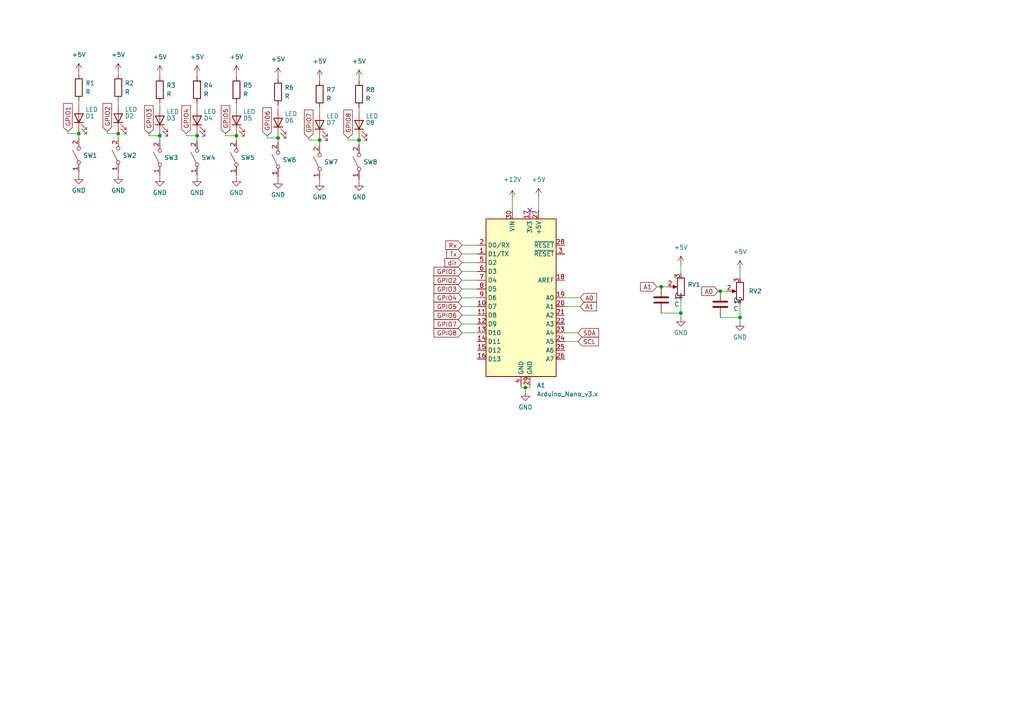
<source format=kicad_sch>
(kicad_sch (version 20211123) (generator eeschema)
  (paper "A4")
  (lib_symbols
    (symbol "Device:C" (pin_numbers hide) (pin_names (offset 0.254))
      (property "Reference" "C" (at 0.635 2.54 0))
      (property "Value" "C" (at 0.635 -2.54 0))
      (symbol "C_0_1"
        (polyline (pts (xy -2.032 -0.762) (xy 2.032 -0.762)) (stroke (width 0.508)))
        (polyline (pts (xy -2.032 0.762) (xy 2.032 0.762)) (stroke (width 0.508)))
      )
      (symbol "C_1_1"
        (pin passive line (at 0 3.81 270) (length 2.794) (name "~") (number "1"))
        (pin passive line (at 0 -3.81 90) (length 2.794) (name "~") (number "2"))
      )
    )
    (symbol "Device:LED" (pin_numbers hide) (pin_names (offset 1.016) hide)
      (property "Reference" "D" (at 0 2.54 0))
      (property "Value" "LED" (at 0 -2.54 0))
      (symbol "LED_0_1"
        (polyline (pts (xy -1.27 -1.27) (xy -1.27 1.27)) (stroke (width 0.254)))
        (polyline (pts (xy -1.27 0) (xy 1.27 0)))
        (polyline (pts (xy 1.27 -1.27) (xy 1.27 1.27) (xy -1.27 0) (xy 1.27 -1.27)) (stroke (width 0.254)))
        (polyline (pts (xy -3.048 -0.762) (xy -4.572 -2.286) (xy -3.81 -2.286) (xy -4.572 -2.286) (xy -4.572 -1.524)))
        (polyline (pts (xy -1.778 -0.762) (xy -3.302 -2.286) (xy -2.54 -2.286) (xy -3.302 -2.286) (xy -3.302 -1.524)))
      )
      (symbol "LED_1_1"
        (pin passive line (at -3.81 0 0) (length 2.54) (name "K") (number "1"))
        (pin passive line (at 3.81 0 180) (length 2.54) (name "A") (number "2"))
      )
    )
    (symbol "Device:R" (pin_numbers hide) (pin_names (offset 0))
      (property "Reference" "R" (at 2.032 0 90))
      (property "Value" "R" (at 0 0 90))
      (symbol "R_0_1"
        (rectangle (start -1.016 -2.54) (end 1.016 2.54) (stroke (width 0.254)))
      )
      (symbol "R_1_1"
        (pin passive line (at 0 3.81 270) (length 1.27) (name "~") (number "1"))
        (pin passive line (at 0 -3.81 90) (length 1.27) (name "~") (number "2"))
      )
    )
    (symbol "Device:R_Potentiometer" (pin_names (offset 1.016) hide)
      (property "Reference" "RV" (at -4.445 0 90))
      (property "Value" "R_Potentiometer" (at -2.54 0 90))
      (symbol "R_Potentiometer_0_1"
        (polyline (pts (xy 2.54 0) (xy 1.524 0)))
        (polyline (pts (xy 1.143 0) (xy 2.286 0.508) (xy 2.286 -0.508) (xy 1.143 0)) (fill (type outline)))
        (rectangle (start 1.016 2.54) (end -1.016 -2.54) (stroke (width 0.254)))
      )
      (symbol "R_Potentiometer_1_1"
        (pin passive line (at 0 3.81 270) (length 1.27) (name "1") (number "1"))
        (pin passive line (at 3.81 0 180) (length 1.27) (name "2") (number "2"))
        (pin passive line (at 0 -3.81 90) (length 1.27) (name "3") (number "3"))
      )
    )
    (symbol "MCU_Module:Arduino_Nano_v3.x"
      (property "Reference" "A" (at -10.16 23.495 0))
      (property "Value" "Arduino_Nano_v3.x" (at 5.08 -24.13 0))
      (symbol "Arduino_Nano_v3.x_0_1"
        (rectangle (start -10.16 22.86) (end 10.16 -22.86) (stroke (width 0.254)) (fill (type background)))
      )
      (symbol "Arduino_Nano_v3.x_1_1"
        (pin bidirectional line (at -12.7 12.7 0) (length 2.54) (name "D1/TX") (number "1"))
        (pin bidirectional line (at -12.7 -2.54 0) (length 2.54) (name "D7") (number "10"))
        (pin bidirectional line (at -12.7 -5.08 0) (length 2.54) (name "D8") (number "11"))
        (pin bidirectional line (at -12.7 -7.62 0) (length 2.54) (name "D9") (number "12"))
        (pin bidirectional line (at -12.7 -10.16 0) (length 2.54) (name "D10") (number "13"))
        (pin bidirectional line (at -12.7 -12.7 0) (length 2.54) (name "D11") (number "14"))
        (pin bidirectional line (at -12.7 -15.24 0) (length 2.54) (name "D12") (number "15"))
        (pin bidirectional line (at -12.7 -17.78 0) (length 2.54) (name "D13") (number "16"))
        (pin power_out line (at 2.54 25.4 270) (length 2.54) (name "3V3") (number "17"))
        (pin input line (at 12.7 5.08 180) (length 2.54) (name "AREF") (number "18"))
        (pin bidirectional line (at 12.7 0 180) (length 2.54) (name "A0") (number "19"))
        (pin bidirectional line (at -12.7 15.24 0) (length 2.54) (name "D0/RX") (number "2"))
        (pin bidirectional line (at 12.7 -2.54 180) (length 2.54) (name "A1") (number "20"))
        (pin bidirectional line (at 12.7 -5.08 180) (length 2.54) (name "A2") (number "21"))
        (pin bidirectional line (at 12.7 -7.62 180) (length 2.54) (name "A3") (number "22"))
        (pin bidirectional line (at 12.7 -10.16 180) (length 2.54) (name "A4") (number "23"))
        (pin bidirectional line (at 12.7 -12.7 180) (length 2.54) (name "A5") (number "24"))
        (pin bidirectional line (at 12.7 -15.24 180) (length 2.54) (name "A6") (number "25"))
        (pin bidirectional line (at 12.7 -17.78 180) (length 2.54) (name "A7") (number "26"))
        (pin power_out line (at 5.08 25.4 270) (length 2.54) (name "+5V") (number "27"))
        (pin input line (at 12.7 15.24 180) (length 2.54) (name "~{RESET}") (number "28"))
        (pin power_in line (at 2.54 -25.4 90) (length 2.54) (name "GND") (number "29"))
        (pin input line (at 12.7 12.7 180) (length 2.54) (name "~{RESET}") (number "3"))
        (pin power_in line (at -2.54 25.4 270) (length 2.54) (name "VIN") (number "30"))
        (pin power_in line (at 0 -25.4 90) (length 2.54) (name "GND") (number "4"))
        (pin bidirectional line (at -12.7 10.16 0) (length 2.54) (name "D2") (number "5"))
        (pin bidirectional line (at -12.7 7.62 0) (length 2.54) (name "D3") (number "6"))
        (pin bidirectional line (at -12.7 5.08 0) (length 2.54) (name "D4") (number "7"))
        (pin bidirectional line (at -12.7 2.54 0) (length 2.54) (name "D5") (number "8"))
        (pin bidirectional line (at -12.7 0 0) (length 2.54) (name "D6") (number "9"))
      )
    )
    (symbol "Switch:SW_SPST" (pin_names (offset 0) hide)
      (property "Reference" "SW" (at 0 3.175 0))
      (property "Value" "SW_SPST" (at 0 -2.54 0))
      (symbol "SW_SPST_0_0"
        (circle (center -2.032 0) (radius 0.508))
        (polyline (pts (xy -1.524 0.254) (xy 1.524 1.778)))
        (circle (center 2.032 0) (radius 0.508))
      )
      (symbol "SW_SPST_1_1"
        (pin passive line (at -5.08 0 0) (length 2.54) (name "A") (number "1"))
        (pin passive line (at 5.08 0 180) (length 2.54) (name "B") (number "2"))
      )
    )
    (symbol "power:+12V" (power) (pin_names (offset 0))
      (property "Value" "+12V" (at 0 3.556 0))
      (symbol "+12V_0_1"
        (polyline (pts (xy -0.762 1.27) (xy 0 2.54)))
        (polyline (pts (xy 0 0) (xy 0 2.54)))
        (polyline (pts (xy 0 2.54) (xy 0.762 1.27)))
      )
      (symbol "+12V_1_1"
        (pin power_in line (at 0 0 90) (length 0) hide (name "+12V") (number "1"))
      )
    )
    (symbol "power:+5V" (power) (pin_names (offset 0))
      (property "Value" "+5V" (at 0 3.556 0))
      (symbol "+5V_0_1"
        (polyline (pts (xy -0.762 1.27) (xy 0 2.54)))
        (polyline (pts (xy 0 0) (xy 0 2.54)))
        (polyline (pts (xy 0 2.54) (xy 0.762 1.27)))
      )
      (symbol "+5V_1_1"
        (pin power_in line (at 0 0 90) (length 0) hide (name "+5V") (number "1"))
      )
    )
    (symbol "power:GND" (power) (pin_names (offset 0))
      (property "Value" "GND" (at 0 -3.81 0))
      (symbol "GND_0_1"
        (polyline (pts (xy 0 0) (xy 0 -1.27) (xy 1.27 -1.27) (xy 0 -2.54) (xy -1.27 -1.27) (xy 0 -1.27)))
      )
      (symbol "GND_1_1"
        (pin power_in line (at 0 0 270) (length 0) hide (name "GND") (number "1"))
      )
    )
  )
  (junction (at 34.29 38.735))
  (junction (at 92.71 40.64))
  (junction (at 68.58 39.37))
  (junction (at 57.15 39.37))
  (junction (at 197.485 90.805))
  (junction (at 152.4 112.395))
  (junction (at 80.645 40.005))
  (junction (at 46.355 39.37))
  (junction (at 104.14 40.64))
  (junction (at 214.63 92.075))
  (junction (at 22.86 38.735))
  (junction (at 191.77 83.185))
  (junction (at 208.915 84.455))
  (no_connect (at 153.67 60.96))
  (wire (pts (xy 80.645 22.225) (xy 80.645 22.86)))
  (wire (pts (xy 89.535 40.64) (xy 89.535 40.005)))
  (wire (pts (xy 22.86 38.735) (xy 22.86 40.005)))
  (wire (pts (xy 133.985 96.52) (xy 138.43 96.52)))
  (wire (pts (xy 22.86 38.1) (xy 22.86 38.735)))
  (wire (pts (xy 19.685 38.735) (xy 19.685 38.1)))
  (wire (pts (xy 214.63 78.105) (xy 214.63 80.645)))
  (wire (pts (xy 65.405 39.37) (xy 68.58 39.37)))
  (wire (pts (xy 167.64 96.52) (xy 163.83 96.52)))
  (wire (pts (xy 22.86 50.165) (xy 22.86 50.8)))
  (wire (pts (xy 133.985 88.9) (xy 138.43 88.9)))
  (wire (pts (xy 153.67 112.395) (xy 152.4 112.395)))
  (wire (pts (xy 92.71 22.86) (xy 92.71 23.495)))
  (wire (pts (xy 133.985 91.44) (xy 138.43 91.44)))
  (wire (pts (xy 46.355 21.59) (xy 46.355 22.225)))
  (wire (pts (xy 197.485 90.805) (xy 197.485 86.995)))
  (wire (pts (xy 104.14 40.64) (xy 104.14 41.91)))
  (wire (pts (xy 46.355 29.845) (xy 46.355 31.115)))
  (wire (pts (xy 89.535 40.64) (xy 92.71 40.64)))
  (wire (pts (xy 57.15 38.735) (xy 57.15 39.37)))
  (wire (pts (xy 53.975 39.37) (xy 57.15 39.37)))
  (wire (pts (xy 68.58 50.8) (xy 68.58 51.435)))
  (wire (pts (xy 191.77 90.805) (xy 197.485 90.805)))
  (wire (pts (xy 133.985 81.28) (xy 138.43 81.28)))
  (wire (pts (xy 80.645 40.005) (xy 80.645 41.275)))
  (wire (pts (xy 133.985 86.36) (xy 138.43 86.36)))
  (wire (pts (xy 34.29 29.21) (xy 34.29 30.48)))
  (wire (pts (xy 77.47 40.005) (xy 77.47 39.37)))
  (wire (pts (xy 57.15 39.37) (xy 57.15 40.64)))
  (wire (pts (xy 133.985 83.82) (xy 138.43 83.82)))
  (wire (pts (xy 31.115 38.735) (xy 34.29 38.735)))
  (wire (pts (xy 190.5 83.185) (xy 191.77 83.185)))
  (wire (pts (xy 197.485 92.075) (xy 197.485 90.805)))
  (wire (pts (xy 22.86 29.21) (xy 22.86 30.48)))
  (wire (pts (xy 92.71 52.07) (xy 92.71 52.705)))
  (wire (pts (xy 80.645 51.435) (xy 80.645 52.07)))
  (wire (pts (xy 92.71 40.005) (xy 92.71 40.64)))
  (wire (pts (xy 57.15 29.845) (xy 57.15 31.115)))
  (wire (pts (xy 92.71 40.64) (xy 92.71 41.91)))
  (wire (pts (xy 168.275 88.9) (xy 163.83 88.9)))
  (wire (pts (xy 46.355 50.8) (xy 46.355 51.435)))
  (wire (pts (xy 104.14 22.86) (xy 104.14 23.495)))
  (wire (pts (xy 80.645 39.37) (xy 80.645 40.005)))
  (wire (pts (xy 68.58 29.845) (xy 68.58 31.115)))
  (wire (pts (xy 104.14 40.005) (xy 104.14 40.64)))
  (wire (pts (xy 68.58 39.37) (xy 68.58 40.64)))
  (wire (pts (xy 43.18 39.37) (xy 46.355 39.37)))
  (wire (pts (xy 34.29 38.1) (xy 34.29 38.735)))
  (wire (pts (xy 19.685 38.735) (xy 22.86 38.735)))
  (wire (pts (xy 80.645 30.48) (xy 80.645 31.75)))
  (wire (pts (xy 34.29 38.735) (xy 34.29 40.005)))
  (wire (pts (xy 46.355 39.37) (xy 46.355 40.64)))
  (wire (pts (xy 34.29 50.165) (xy 34.29 50.8)))
  (wire (pts (xy 152.4 112.395) (xy 151.13 112.395)))
  (wire (pts (xy 153.67 111.76) (xy 153.67 112.395)))
  (wire (pts (xy 152.4 113.665) (xy 152.4 112.395)))
  (wire (pts (xy 208.28 84.455) (xy 208.915 84.455)))
  (wire (pts (xy 133.985 78.74) (xy 138.43 78.74)))
  (wire (pts (xy 214.63 93.345) (xy 214.63 92.075)))
  (wire (pts (xy 156.21 57.15) (xy 156.21 60.96)))
  (wire (pts (xy 57.15 21.59) (xy 57.15 22.225)))
  (wire (pts (xy 92.71 31.115) (xy 92.71 32.385)))
  (wire (pts (xy 53.975 39.37) (xy 53.975 38.735)))
  (wire (pts (xy 167.64 99.06) (xy 163.83 99.06)))
  (wire (pts (xy 57.15 50.8) (xy 57.15 51.435)))
  (wire (pts (xy 46.355 38.735) (xy 46.355 39.37)))
  (wire (pts (xy 133.985 73.66) (xy 138.43 73.66)))
  (wire (pts (xy 31.115 38.735) (xy 31.115 38.1)))
  (wire (pts (xy 197.485 76.835) (xy 197.485 79.375)))
  (wire (pts (xy 133.985 76.2) (xy 138.43 76.2)))
  (wire (pts (xy 43.18 39.37) (xy 43.18 38.735)))
  (wire (pts (xy 148.59 57.785) (xy 148.59 60.96)))
  (wire (pts (xy 151.13 112.395) (xy 151.13 111.76)))
  (wire (pts (xy 208.915 84.455) (xy 210.82 84.455)))
  (wire (pts (xy 214.63 92.075) (xy 214.63 88.265)))
  (wire (pts (xy 65.405 39.37) (xy 65.405 38.735)))
  (wire (pts (xy 133.985 93.98) (xy 138.43 93.98)))
  (wire (pts (xy 68.58 38.735) (xy 68.58 39.37)))
  (wire (pts (xy 191.77 83.185) (xy 193.675 83.185)))
  (wire (pts (xy 104.14 31.115) (xy 104.14 32.385)))
  (wire (pts (xy 68.58 21.59) (xy 68.58 22.225)))
  (wire (pts (xy 104.14 52.07) (xy 104.14 52.705)))
  (wire (pts (xy 133.985 71.12) (xy 138.43 71.12)))
  (wire (pts (xy 77.47 40.005) (xy 80.645 40.005)))
  (wire (pts (xy 34.29 20.955) (xy 34.29 21.59)))
  (wire (pts (xy 208.915 92.075) (xy 214.63 92.075)))
  (wire (pts (xy 100.965 40.64) (xy 100.965 40.005)))
  (wire (pts (xy 168.275 86.36) (xy 163.83 86.36)))
  (wire (pts (xy 22.86 20.955) (xy 22.86 21.59)))
  (wire (pts (xy 100.965 40.64) (xy 104.14 40.64)))
  (global_label "A0" (shape input) (at 208.28 84.455 180) (property "Intersheet References" "${INTERSHEET_REFS}" (effects hide)))
  (global_label "GPIO3" (shape input) (at 133.985 83.82 180) (property "Intersheet References" "${INTERSHEET_REFS}" (effects hide)))
  (global_label "GPIO4" (shape input) (at 53.975 38.735 90) (property "Intersheet References" "${INTERSHEET_REFS}" (effects hide)))
  (global_label "A0" (shape input) (at 168.275 86.36 0) (property "Intersheet References" "${INTERSHEET_REFS}" (effects hide)))
  (global_label "SDA" (shape input) (at 167.64 96.52 0) (property "Intersheet References" "${INTERSHEET_REFS}" (effects hide)))
  (global_label "GPIO2" (shape input) (at 31.115 38.1 90) (property "Intersheet References" "${INTERSHEET_REFS}" (effects hide)))
  (global_label "GPIO7" (shape input) (at 89.535 40.005 90) (property "Intersheet References" "${INTERSHEET_REFS}" (effects hide)))
  (global_label "GPIO4" (shape input) (at 133.985 86.36 180) (property "Intersheet References" "${INTERSHEET_REFS}" (effects hide)))
  (global_label "GPIO6" (shape input) (at 133.985 91.44 180) (property "Intersheet References" "${INTERSHEET_REFS}" (effects hide)))
  (global_label "A1" (shape input) (at 190.5 83.185 180) (property "Intersheet References" "${INTERSHEET_REFS}" (effects hide)))
  (global_label "GPIO7" (shape input) (at 133.985 93.98 180) (property "Intersheet References" "${INTERSHEET_REFS}" (effects hide)))
  (global_label "GPIO8" (shape input) (at 133.985 96.52 180) (property "Intersheet References" "${INTERSHEET_REFS}" (effects hide)))
  (global_label "GPIO5" (shape input) (at 133.985 88.9 180) (property "Intersheet References" "${INTERSHEET_REFS}" (effects hide)))
  (global_label "GPIO5" (shape input) (at 65.405 38.735 90) (property "Intersheet References" "${INTERSHEET_REFS}" (effects hide)))
  (global_label "GPIO6" (shape input) (at 77.47 39.37 90) (property "Intersheet References" "${INTERSHEET_REFS}" (effects hide)))
  (global_label "SCL" (shape input) (at 167.64 99.06 0) (property "Intersheet References" "${INTERSHEET_REFS}" (effects hide)))
  (global_label "Tx" (shape input) (at 133.985 73.66 180) (property "Intersheet References" "${INTERSHEET_REFS}" (effects hide)))
  (global_label "GPIO1" (shape input) (at 133.985 78.74 180) (property "Intersheet References" "${INTERSHEET_REFS}" (effects hide)))
  (global_label "GPIO1" (shape input) (at 19.685 38.1 90) (property "Intersheet References" "${INTERSHEET_REFS}" (effects hide)))
  (global_label "A1" (shape input) (at 168.275 88.9 0) (property "Intersheet References" "${INTERSHEET_REFS}" (effects hide)))
  (global_label "Rx" (shape input) (at 133.985 71.12 180) (property "Intersheet References" "${INTERSHEET_REFS}" (effects hide)))
  (global_label "GPIO3" (shape input) (at 43.18 38.735 90) (property "Intersheet References" "${INTERSHEET_REFS}" (effects hide)))
  (global_label "dir" (shape input) (at 133.985 76.2 180) (property "Intersheet References" "${INTERSHEET_REFS}" (effects hide)))
  (global_label "GPIO2" (shape input) (at 133.985 81.28 180) (property "Intersheet References" "${INTERSHEET_REFS}" (effects hide)))
  (global_label "GPIO8" (shape input) (at 100.965 40.005 90) (property "Intersheet References" "${INTERSHEET_REFS}" (effects hide)))
  (symbol (lib_id "Device:LED") (at 104.14 36.195 90) (unit 1)
    (property "Reference" "D8" (at 106.045 35.56 90) (effects (justify right)))
    (property "Value" "LED" (at 106.045 33.655 90) (effects (justify right)))
    (property "Footprint" "LED_THT:LED_D3.0mm" (effects hide))
  )
  (symbol (lib_id "power:+5V") (at 104.14 22.86 0) (unit 1)
    (property "Reference" "#PWR08" (effects hide))
    (property "Value" "+5V" (at 104.14 17.78 0))
  )
  (symbol (lib_id "power:GND") (at 46.355 51.435 0) (unit 1)
    (property "Reference" "#PWR011" (effects hide))
    (property "Value" "GND" (at 46.355 55.88 0))
  )
  (symbol (lib_id "power:+5V") (at 197.485 76.835 0) (unit 1)
    (property "Reference" "#PWR019" (effects hide))
    (property "Value" "+5V" (at 197.485 71.755 0))
  )
  (symbol (lib_id "power:+5V") (at 92.71 22.86 0) (unit 1)
    (property "Reference" "#PWR07" (effects hide))
    (property "Value" "+5V" (at 92.71 17.78 0))
  )
  (symbol (lib_id "power:GND") (at 214.63 93.345 0) (unit 1)
    (property "Reference" "#PWR022" (effects hide))
    (property "Value" "GND" (at 214.63 97.79 0))
  )
  (symbol (lib_id "Device:R_Potentiometer") (at 214.63 84.455 180) (unit 1)
    (property "Reference" "RV2" (at 217.17 84.4549 0) (effects (justify right)))
    (property "Value" "R_Potentiometer" (effects hide))
    (property "Footprint" "Potentiometer_THT:Potentiometer_Piher_PT-10-V10_Vertical" (effects hide))
  )
  (symbol (lib_id "Device:R") (at 34.29 25.4 0) (unit 1)
    (property "Reference" "R2" (at 36.195 24.13 0) (effects (justify left)))
    (property "Value" "R" (at 36.195 26.67 0) (effects (justify left)))
    (property "Footprint" "Resistor_SMD:R_0805_2012Metric_Pad1.20x1.40mm_HandSolder" (effects hide))
  )
  (symbol (lib_id "Device:R") (at 68.58 26.035 0) (unit 1)
    (property "Reference" "R5" (at 70.485 24.765 0) (effects (justify left)))
    (property "Value" "R" (at 70.485 27.305 0) (effects (justify left)))
    (property "Footprint" "Resistor_SMD:R_0805_2012Metric_Pad1.20x1.40mm_HandSolder" (effects hide))
  )
  (symbol (lib_id "Device:C") (at 191.77 86.995 0) (unit 1)
    (property "Reference" "C1" (at 195.58 85.7249 0) (effects (justify left)))
    (property "Value" "C" (at 195.58 88.2649 0) (effects (justify left)))
    (property "Footprint" "Capacitor_SMD:C_0805_2012Metric_Pad1.18x1.45mm_HandSolder" (effects hide))
  )
  (symbol (lib_id "Device:LED") (at 80.645 35.56 90) (unit 1)
    (property "Reference" "D6" (at 82.55 34.925 90) (effects (justify right)))
    (property "Value" "LED" (at 82.55 33.02 90) (effects (justify right)))
    (property "Footprint" "LED_THT:LED_D3.0mm" (effects hide))
  )
  (symbol (lib_id "power:+5V") (at 156.21 57.15 0) (unit 1)
    (property "Reference" "#PWR017" (effects hide))
    (property "Value" "+5V" (at 156.21 52.07 0))
  )
  (symbol (lib_id "power:+5V") (at 22.86 20.955 0) (unit 1)
    (property "Reference" "#PWR01" (effects hide))
    (property "Value" "+5V" (at 22.86 15.875 0))
  )
  (symbol (lib_id "Device:R") (at 92.71 27.305 0) (unit 1)
    (property "Reference" "R7" (at 94.615 26.035 0) (effects (justify left)))
    (property "Value" "R" (at 94.615 28.575 0) (effects (justify left)))
    (property "Footprint" "Resistor_SMD:R_0805_2012Metric_Pad1.20x1.40mm_HandSolder" (effects hide))
  )
  (symbol (lib_id "MCU_Module:Arduino_Nano_v3.x") (at 151.13 86.36 0) (unit 1)
    (property "Reference" "A1" (at 155.6894 111.76 0) (effects (justify left)))
    (property "Value" "Arduino_Nano_v3.x" (at 155.6894 114.3 0) (effects (justify left)))
    (property "Footprint" "Module:Arduino_Nano" (effects hide))
    (property "Datasheet" "http://www.mouser.com/pdfdocs/Gravitech_Arduino_Nano3_0.pdf" (effects hide))
  )
  (symbol (lib_id "Switch:SW_SPST") (at 92.71 46.99 90) (unit 1)
    (property "Reference" "SW7" (at 93.98 46.9899 90) (effects (justify right)))
    (property "Value" "SW_SPST" (effects hide))
    (property "Footprint" "Button_Switch_THT:SW_PUSH_6mm_H4.3mm" (effects hide))
  )
  (symbol (lib_id "Device:LED") (at 46.355 34.925 90) (unit 1)
    (property "Reference" "D3" (at 48.26 34.29 90) (effects (justify right)))
    (property "Value" "LED" (at 48.26 32.385 90) (effects (justify right)))
    (property "Footprint" "LED_THT:LED_D3.0mm" (effects hide))
  )
  (symbol (lib_id "power:+5V") (at 34.29 20.955 0) (unit 1)
    (property "Reference" "#PWR02" (effects hide))
    (property "Value" "+5V" (at 34.29 15.875 0))
  )
  (symbol (lib_id "power:GND") (at 80.645 52.07 0) (unit 1)
    (property "Reference" "#PWR014" (effects hide))
    (property "Value" "GND" (at 80.645 56.515 0))
  )
  (symbol (lib_id "Device:R") (at 57.15 26.035 0) (unit 1)
    (property "Reference" "R4" (at 59.055 24.765 0) (effects (justify left)))
    (property "Value" "R" (at 59.055 27.305 0) (effects (justify left)))
    (property "Footprint" "Resistor_SMD:R_0805_2012Metric_Pad1.20x1.40mm_HandSolder" (effects hide))
  )
  (symbol (lib_id "Device:LED") (at 92.71 36.195 90) (unit 1)
    (property "Reference" "D7" (at 94.615 35.56 90) (effects (justify right)))
    (property "Value" "LED" (at 94.615 33.655 90) (effects (justify right)))
    (property "Footprint" "LED_THT:LED_D3.0mm" (effects hide))
  )
  (symbol (lib_id "power:GND") (at 22.86 50.8 0) (unit 1)
    (property "Reference" "#PWR09" (effects hide))
    (property "Value" "GND" (at 22.86 55.245 0))
  )
  (symbol (lib_id "power:GND") (at 92.71 52.705 0) (unit 1)
    (property "Reference" "#PWR015" (effects hide))
    (property "Value" "GND" (at 92.71 57.15 0))
  )
  (symbol (lib_id "Switch:SW_SPST") (at 57.15 45.72 90) (unit 1)
    (property "Reference" "SW4" (at 58.42 45.7199 90) (effects (justify right)))
    (property "Value" "SW_SPST" (effects hide))
    (property "Footprint" "Button_Switch_THT:SW_PUSH_6mm_H4.3mm" (effects hide))
  )
  (symbol (lib_id "Switch:SW_SPST") (at 104.14 46.99 90) (unit 1)
    (property "Reference" "SW8" (at 105.41 46.9899 90) (effects (justify right)))
    (property "Value" "SW_SPST" (effects hide))
    (property "Footprint" "Button_Switch_THT:SW_PUSH_6mm_H4.3mm" (effects hide))
  )
  (symbol (lib_id "Switch:SW_SPST") (at 68.58 45.72 90) (unit 1)
    (property "Reference" "SW5" (at 69.85 45.7199 90) (effects (justify right)))
    (property "Value" "SW_SPST" (effects hide))
    (property "Footprint" "Button_Switch_THT:SW_PUSH_6mm_H4.3mm" (effects hide))
  )
  (symbol (lib_id "Device:LED") (at 34.29 34.29 90) (unit 1)
    (property "Reference" "D2" (at 36.195 33.655 90) (effects (justify right)))
    (property "Value" "LED" (at 36.195 31.75 90) (effects (justify right)))
    (property "Footprint" "LED_THT:LED_D3.0mm" (effects hide))
  )
  (symbol (lib_id "power:+5V") (at 80.645 22.225 0) (unit 1)
    (property "Reference" "#PWR06" (effects hide))
    (property "Value" "+5V" (at 80.645 17.145 0))
  )
  (symbol (lib_id "power:+5V") (at 46.355 21.59 0) (unit 1)
    (property "Reference" "#PWR03" (effects hide))
    (property "Value" "+5V" (at 46.355 16.51 0))
  )
  (symbol (lib_id "Device:LED") (at 22.86 34.29 90) (unit 1)
    (property "Reference" "D1" (at 24.765 33.655 90) (effects (justify right)))
    (property "Value" "LED" (at 24.765 31.75 90) (effects (justify right)))
    (property "Footprint" "LED_THT:LED_D3.0mm" (effects hide))
  )
  (symbol (lib_id "Switch:SW_SPST") (at 80.645 46.355 90) (unit 1)
    (property "Reference" "SW6" (at 81.915 46.3549 90) (effects (justify right)))
    (property "Value" "SW_SPST" (effects hide))
    (property "Footprint" "Button_Switch_THT:SW_PUSH_6mm_H4.3mm" (effects hide))
  )
  (symbol (lib_id "power:GND") (at 152.4 113.665 0) (unit 1)
    (property "Reference" "#PWR023" (effects hide))
    (property "Value" "GND" (at 152.4 118.11 0))
  )
  (symbol (lib_id "Switch:SW_SPST") (at 46.355 45.72 90) (unit 1)
    (property "Reference" "SW3" (at 47.625 45.7199 90) (effects (justify right)))
    (property "Value" "SW_SPST" (effects hide))
    (property "Footprint" "Button_Switch_THT:SW_PUSH_6mm_H4.3mm" (effects hide))
  )
  (symbol (lib_id "Device:R_Potentiometer") (at 197.485 83.185 180) (unit 1)
    (property "Reference" "RV1" (at 199.39 82.55 0) (effects (justify right)))
    (property "Value" "R_Potentiometer" (effects hide))
    (property "Footprint" "Potentiometer_THT:Potentiometer_Piher_PT-10-V10_Vertical" (effects hide))
  )
  (symbol (lib_id "power:GND") (at 34.29 50.8 0) (unit 1)
    (property "Reference" "#PWR010" (effects hide))
    (property "Value" "GND" (at 34.29 55.245 0))
  )
  (symbol (lib_id "power:+5V") (at 214.63 78.105 0) (unit 1)
    (property "Reference" "#PWR020" (effects hide))
    (property "Value" "+5V" (at 214.63 73.025 0))
  )
  (symbol (lib_id "power:GND") (at 68.58 51.435 0) (unit 1)
    (property "Reference" "#PWR013" (effects hide))
    (property "Value" "GND" (at 68.58 55.88 0))
  )
  (symbol (lib_id "Device:R") (at 46.355 26.035 0) (unit 1)
    (property "Reference" "R3" (at 48.26 24.765 0) (effects (justify left)))
    (property "Value" "R" (at 48.26 27.305 0) (effects (justify left)))
    (property "Footprint" "Resistor_SMD:R_0805_2012Metric_Pad1.20x1.40mm_HandSolder" (effects hide))
  )
  (symbol (lib_id "Device:C") (at 208.915 88.265 0) (unit 1)
    (property "Reference" "C2" (at 212.725 86.9949 0) (effects (justify left)))
    (property "Value" "C" (at 212.725 89.5349 0) (effects (justify left)))
    (property "Footprint" "Capacitor_SMD:C_0805_2012Metric_Pad1.18x1.45mm_HandSolder" (effects hide))
  )
  (symbol (lib_id "Switch:SW_SPST") (at 22.86 45.085 90) (unit 1)
    (property "Reference" "SW1" (at 24.13 45.0849 90) (effects (justify right)))
    (property "Value" "SW_SPST" (effects hide))
    (property "Footprint" "Button_Switch_THT:SW_PUSH_6mm_H4.3mm" (effects hide))
  )
  (symbol (lib_id "power:+12V") (at 148.59 57.785 0) (unit 1)
    (property "Reference" "#PWR018" (effects hide))
    (property "Value" "+12V" (at 148.59 52.07 0))
  )
  (symbol (lib_id "Device:LED") (at 68.58 34.925 90) (unit 1)
    (property "Reference" "D5" (at 70.485 34.29 90) (effects (justify right)))
    (property "Value" "LED" (at 70.485 32.385 90) (effects (justify right)))
    (property "Footprint" "LED_THT:LED_D3.0mm" (effects hide))
  )
  (symbol (lib_id "Device:LED") (at 57.15 34.925 90) (unit 1)
    (property "Reference" "D4" (at 59.055 34.29 90) (effects (justify right)))
    (property "Value" "LED" (at 59.055 32.385 90) (effects (justify right)))
    (property "Footprint" "LED_THT:LED_D3.0mm" (effects hide))
  )
  (symbol (lib_id "power:GND") (at 197.485 92.075 0) (unit 1)
    (property "Reference" "#PWR021" (effects hide))
    (property "Value" "GND" (at 197.485 96.52 0))
  )
  (symbol (lib_id "power:GND") (at 104.14 52.705 0) (unit 1)
    (property "Reference" "#PWR016" (effects hide))
    (property "Value" "GND" (at 104.14 57.15 0))
  )
  (symbol (lib_id "Device:R") (at 80.645 26.67 0) (unit 1)
    (property "Reference" "R6" (at 82.55 25.4 0) (effects (justify left)))
    (property "Value" "R" (at 82.55 27.94 0) (effects (justify left)))
    (property "Footprint" "Resistor_SMD:R_0805_2012Metric_Pad1.20x1.40mm_HandSolder" (effects hide))
  )
  (symbol (lib_id "Switch:SW_SPST") (at 34.29 45.085 90) (unit 1)
    (property "Reference" "SW2" (at 35.56 45.0849 90) (effects (justify right)))
    (property "Value" "SW_SPST" (effects hide))
    (property "Footprint" "Button_Switch_THT:SW_PUSH_6mm_H4.3mm" (effects hide))
  )
  (symbol (lib_id "power:+5V") (at 57.15 21.59 0) (unit 1)
    (property "Reference" "#PWR04" (effects hide))
    (property "Value" "+5V" (at 57.15 16.51 0))
  )
  (symbol (lib_id "Device:R") (at 22.86 25.4 0) (unit 1)
    (property "Reference" "R1" (at 24.765 24.13 0) (effects (justify left)))
    (property "Value" "R" (at 24.765 26.67 0) (effects (justify left)))
    (property "Footprint" "Resistor_SMD:R_0805_2012Metric_Pad1.20x1.40mm_HandSolder" (effects hide))
  )
  (symbol (lib_id "power:+5V") (at 68.58 21.59 0) (unit 1)
    (property "Reference" "#PWR05" (effects hide))
    (property "Value" "+5V" (at 68.58 16.51 0))
  )
  (symbol (lib_id "Device:R") (at 104.14 27.305 0) (unit 1)
    (property "Reference" "R8" (at 106.045 26.035 0) (effects (justify left)))
    (property "Value" "R" (at 106.045 28.575 0) (effects (justify left)))
    (property "Footprint" "Resistor_SMD:R_0805_2012Metric_Pad1.20x1.40mm_HandSolder" (effects hide))
  )
  (symbol (lib_id "power:GND") (at 57.15 51.435 0) (unit 1)
    (property "Reference" "#PWR012" (effects hide))
    (property "Value" "GND" (at 57.15 55.88 0))
  )
)
</source>
